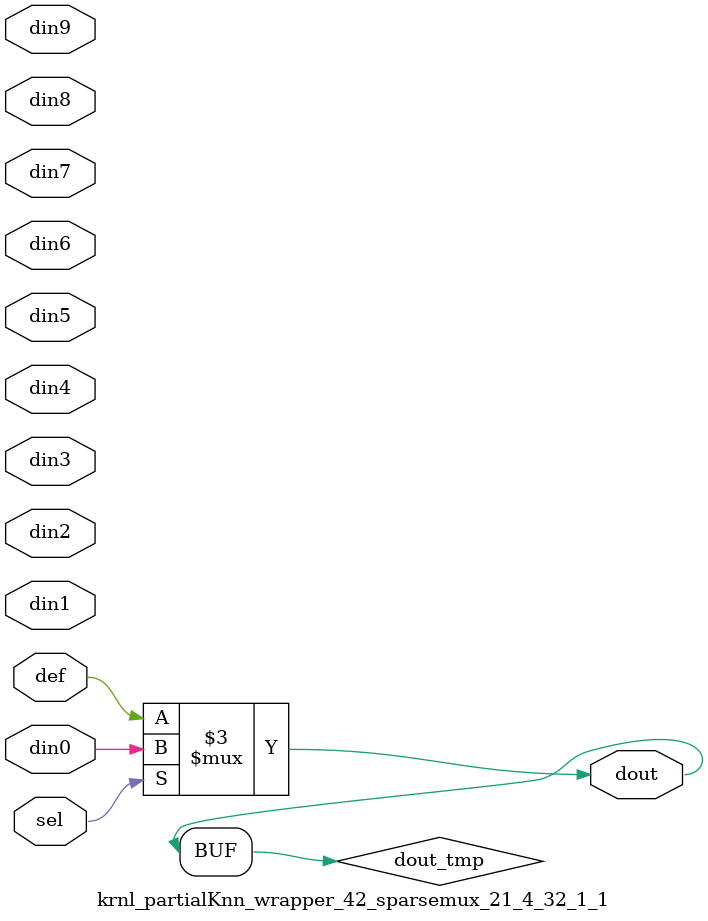
<source format=v>
`timescale 1ns / 1ps

module krnl_partialKnn_wrapper_42_sparsemux_21_4_32_1_1 (din0,din1,din2,din3,din4,din5,din6,din7,din8,din9,def,sel,dout);

parameter din0_WIDTH = 1;

parameter din1_WIDTH = 1;

parameter din2_WIDTH = 1;

parameter din3_WIDTH = 1;

parameter din4_WIDTH = 1;

parameter din5_WIDTH = 1;

parameter din6_WIDTH = 1;

parameter din7_WIDTH = 1;

parameter din8_WIDTH = 1;

parameter din9_WIDTH = 1;

parameter def_WIDTH = 1;
parameter sel_WIDTH = 1;
parameter dout_WIDTH = 1;

parameter [sel_WIDTH-1:0] CASE0 = 1;

parameter [sel_WIDTH-1:0] CASE1 = 1;

parameter [sel_WIDTH-1:0] CASE2 = 1;

parameter [sel_WIDTH-1:0] CASE3 = 1;

parameter [sel_WIDTH-1:0] CASE4 = 1;

parameter [sel_WIDTH-1:0] CASE5 = 1;

parameter [sel_WIDTH-1:0] CASE6 = 1;

parameter [sel_WIDTH-1:0] CASE7 = 1;

parameter [sel_WIDTH-1:0] CASE8 = 1;

parameter [sel_WIDTH-1:0] CASE9 = 1;

parameter ID = 1;
parameter NUM_STAGE = 1;



input [din0_WIDTH-1:0] din0;

input [din1_WIDTH-1:0] din1;

input [din2_WIDTH-1:0] din2;

input [din3_WIDTH-1:0] din3;

input [din4_WIDTH-1:0] din4;

input [din5_WIDTH-1:0] din5;

input [din6_WIDTH-1:0] din6;

input [din7_WIDTH-1:0] din7;

input [din8_WIDTH-1:0] din8;

input [din9_WIDTH-1:0] din9;

input [def_WIDTH-1:0] def;
input [sel_WIDTH-1:0] sel;

output [dout_WIDTH-1:0] dout;



reg [dout_WIDTH-1:0] dout_tmp;

always @ (*) begin
case (sel)
    
    CASE0 : dout_tmp = din0;
    
    CASE1 : dout_tmp = din1;
    
    CASE2 : dout_tmp = din2;
    
    CASE3 : dout_tmp = din3;
    
    CASE4 : dout_tmp = din4;
    
    CASE5 : dout_tmp = din5;
    
    CASE6 : dout_tmp = din6;
    
    CASE7 : dout_tmp = din7;
    
    CASE8 : dout_tmp = din8;
    
    CASE9 : dout_tmp = din9;
    
    default : dout_tmp = def;
endcase
end


assign dout = dout_tmp;



endmodule

</source>
